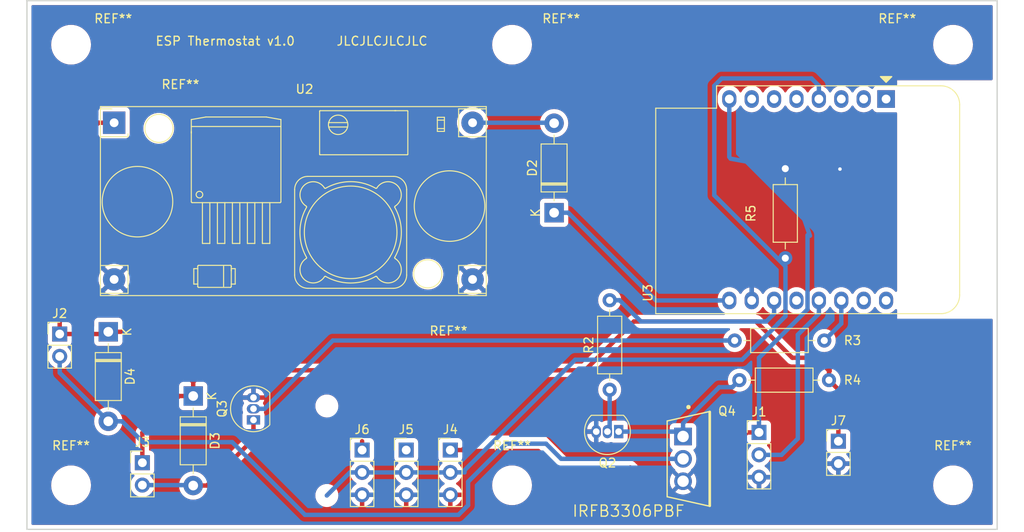
<source format=kicad_pcb>
(kicad_pcb (version 20221018) (generator pcbnew)
  (title_block (title "ESP 8266 Thermostat") (date "2023-12-02") (rev "1.0") (comment 1 "Kemo GO82N Gehäuse, passende Bohrungen") (comment 2 "Plotdateien erzeugt"))
  (layers (0 "F.Cu" signal) (31 "B.Cu" signal) (35 "F.Paste" user) (37 "F.SilkS" user "F.Silkscreen") (38 "B.Mask" user) (39 "F.Mask" user) (44 "Edge.Cuts" user))
  (net 0 "")
  (net 1 "+5V")
  (net 2 "Net-(D2-A)")
  (net 3 "Stellventil-Relais")
  (net 4 "+12V")
  (net 5 "Lüfter")
  (net 6 "GND")
  (net 7 "Fensterkontakt")
  (net 8 "+3V3")
  (net 9 "OneWire")
  (net 10 "Net-(Q2-C)")
  (net 11 "Net-(Q2-B)")
  (net 12 "Net-(Q3-B)")
  (net 13 "Net-(U3-D4)")
  (net 14 "Net-(U3-SCL{slash}D1)")
  (footprint "MountingHole:MountingHole_3.5mm" (layer "F.Cu") (at 76 54)
    (fp_text reference "REF**" (at 4.781 -2.9546) (layer "F.SilkS"))
    (fp_text value "MountingHole_3.5mm")
    (pad "" np_thru_hole circle (at 0 0) (size 3.5 3.5) (drill 3.5) (layers "*.Cu" "*.Mask"))
  )
  (footprint "MountingHole:MountingHole_3.5mm" (layer "F.Cu") (at 126 54)
    (fp_text reference "REF**" (at 5.581 -2.9546) (layer "F.SilkS"))
    (fp_text value "MountingHole_3.5mm")
    (pad "" np_thru_hole circle (at 0 0) (size 3.5 3.5) (drill 3.5) (layers "*.Cu" "*.Mask"))
  )
  (footprint "MountingHole:MountingHole_3.5mm" (layer "F.Cu") (at 176 54)
    (fp_text reference "REF**" (at -6.319 -2.9546) (layer "F.SilkS"))
    (fp_text value "MountingHole_3.5mm")
    (pad "" np_thru_hole circle (at 0 0) (size 3.5 3.5) (drill 3.5) (layers "*.Cu" "*.Mask"))
  )
  (footprint "MountingHole:MountingHole_3.5mm" (layer "F.Cu") (at 76 104)
    (fp_text reference "REF**" (at 0 -4.5) (layer "F.SilkS"))
    (fp_text value "MountingHole_3.5mm")
    (pad "" np_thru_hole circle (at 0 0) (size 3.5 3.5) (drill 3.5) (layers "*.Cu" "*.Mask"))
  )
  (footprint "MountingHole:MountingHole_3.5mm" (layer "F.Cu") (at 126 104)
    (fp_text reference "REF**" (at 0 -4.5) (layer "F.SilkS"))
    (fp_text value "MountingHole_3.5mm")
    (pad "" np_thru_hole circle (at 0 0) (size 3.5 3.5) (drill 3.5) (layers "*.Cu" "*.Mask"))
  )
  (footprint "MountingHole:MountingHole_3.5mm" (layer "F.Cu") (at 176 104)
    (fp_text reference "REF**" (at 0 -4.5) (layer "F.SilkS"))
    (fp_text value "MountingHole_3.5mm")
    (pad "" np_thru_hole circle (at 0 0) (size 3.5 3.5) (drill 3.5) (layers "*.Cu" "*.Mask"))
  )
  (footprint "Diode_THT:D_DO-41_SOD81_P10.16mm_Horizontal" (layer "F.Cu") (at 130.7682 73.0672 90)
    (fp_text reference "D2" (at 5.08 -2.47 90) (layer "F.SilkS"))
    (fp_text value "1N4007")
    (fp_text user "K" (at 0 -2.1 90) (layer "F.SilkS"))
    (fp_line (start 1.34 0) (end 2.36 0) (stroke (width 0.12)) (layer "F.SilkS"))
    (fp_line (start 2.36 -1.47) (end 2.36 1.47) (stroke (width 0.12)) (layer "F.SilkS"))
    (fp_line (start 2.36 1.47) (end 7.8 1.47) (stroke (width 0.12)) (layer "F.SilkS"))
    (fp_line (start 3.14 -1.47) (end 3.14 1.47) (stroke (width 0.12)) (layer "F.SilkS"))
    (fp_line (start 3.26 -1.47) (end 3.26 1.47) (stroke (width 0.12)) (layer "F.SilkS"))
    (fp_line (start 3.38 -1.47) (end 3.38 1.47) (stroke (width 0.12)) (layer "F.SilkS"))
    (fp_line (start 7.8 -1.47) (end 2.36 -1.47) (stroke (width 0.12)) (layer "F.SilkS"))
    (fp_line (start 7.8 1.47) (end 7.8 -1.47) (stroke (width 0.12)) (layer "F.SilkS"))
    (fp_line (start 8.82 0) (end 7.8 0) (stroke (width 0.12)) (layer "F.SilkS"))
    (pad "1" thru_hole rect (at 0 0 90) (size 2.2 2.2) (drill 1.1) (layers "*.Cu" "*.Mask") (net 1 "+5V"))
    (pad "2" thru_hole oval (at 10.16 0 90) (size 2.2 2.2) (drill 1.1) (layers "*.Cu" "*.Mask") (net 2 "Net-(D2-A)"))
  )
  (footprint "Diode_THT:D_DO-41_SOD81_P10.16mm_Horizontal" (layer "F.Cu") (at 89.8488 93.8698 -90)
    (fp_text reference "D3" (at 5.08 -2.47 90) (layer "F.SilkS"))
    (fp_text value "1N4007")
    (fp_text user "K" (at 0 -2.1 90) (layer "F.SilkS"))
    (fp_line (start 1.34 0) (end 2.36 0) (stroke (width 0.12)) (layer "F.SilkS"))
    (fp_line (start 2.36 -1.47) (end 2.36 1.47) (stroke (width 0.12)) (layer "F.SilkS"))
    (fp_line (start 2.36 1.47) (end 7.8 1.47) (stroke (width 0.12)) (layer "F.SilkS"))
    (fp_line (start 3.14 -1.47) (end 3.14 1.47) (stroke (width 0.12)) (layer "F.SilkS"))
    (fp_line (start 3.26 -1.47) (end 3.26 1.47) (stroke (width 0.12)) (layer "F.SilkS"))
    (fp_line (start 3.38 -1.47) (end 3.38 1.47) (stroke (width 0.12)) (layer "F.SilkS"))
    (fp_line (start 7.8 -1.47) (end 2.36 -1.47) (stroke (width 0.12)) (layer "F.SilkS"))
    (fp_line (start 7.8 1.47) (end 7.8 -1.47) (stroke (width 0.12)) (layer "F.SilkS"))
    (fp_line (start 8.82 0) (end 7.8 0) (stroke (width 0.12)) (layer "F.SilkS"))
    (pad "1" thru_hole rect (at 0 0 270) (size 2.2 2.2) (drill 1.1) (layers "*.Cu" "*.Mask") (net 4 "+12V"))
    (pad "2" thru_hole oval (at 10.16 0 270) (size 2.2 2.2) (drill 1.1) (layers "*.Cu" "*.Mask") (net 3 "Stellventil-Relais"))
  )
  (footprint "Diode_THT:D_DO-41_SOD81_P10.16mm_Horizontal" (layer "F.Cu") (at 80.2222 86.58 -90)
    (fp_text reference "D4" (at 5.08 -2.47 90) (layer "F.SilkS"))
    (fp_text value "1N4007")
    (fp_text user "K" (at 0 -2.1 90) (layer "F.SilkS"))
    (fp_line (start 1.34 0) (end 2.36 0) (stroke (width 0.12)) (layer "F.SilkS"))
    (fp_line (start 2.36 -1.47) (end 2.36 1.47) (stroke (width 0.12)) (layer "F.SilkS"))
    (fp_line (start 2.36 1.47) (end 7.8 1.47) (stroke (width 0.12)) (layer "F.SilkS"))
    (fp_line (start 3.14 -1.47) (end 3.14 1.47) (stroke (width 0.12)) (layer "F.SilkS"))
    (fp_line (start 3.26 -1.47) (end 3.26 1.47) (stroke (width 0.12)) (layer "F.SilkS"))
    (fp_line (start 3.38 -1.47) (end 3.38 1.47) (stroke (width 0.12)) (layer "F.SilkS"))
    (fp_line (start 7.8 -1.47) (end 2.36 -1.47) (stroke (width 0.12)) (layer "F.SilkS"))
    (fp_line (start 7.8 1.47) (end 7.8 -1.47) (stroke (width 0.12)) (layer "F.SilkS"))
    (fp_line (start 8.82 0) (end 7.8 0) (stroke (width 0.12)) (layer "F.SilkS"))
    (pad "1" thru_hole rect (at 0 0 270) (size 2.2 2.2) (drill 1.1) (layers "*.Cu" "*.Mask") (net 4 "+12V"))
    (pad "2" thru_hole oval (at 10.16 0 270) (size 2.2 2.2) (drill 1.1) (layers "*.Cu" "*.Mask") (net 5 "Lüfter"))
  )
  (footprint "Connector_PinHeader_2.54mm:PinHeader_1x03_P2.54mm_Vertical" (layer "F.Cu") (at 154 98)
    (fp_text reference "J1" (at 0 -2.33) (layer "F.SilkS"))
    (fp_text value "Conn_01x03_Male")
    (fp_line (start -1.33 -1.33) (end 0 -1.33) (stroke (width 0.12)) (layer "F.SilkS"))
    (fp_line (start -1.33 0) (end -1.33 -1.33) (stroke (width 0.12)) (layer "F.SilkS"))
    (fp_line (start -1.33 1.27) (end -1.33 6.41) (stroke (width 0.12)) (layer "F.SilkS"))
    (fp_line (start -1.33 1.27) (end 1.33 1.27) (stroke (width 0.12)) (layer "F.SilkS"))
    (fp_line (start -1.33 6.41) (end 1.33 6.41) (stroke (width 0.12)) (layer "F.SilkS"))
    (fp_line (start 1.33 1.27) (end 1.33 6.41) (stroke (width 0.12)) (layer "F.SilkS"))
    (pad "1" thru_hole rect (at 0 0) (size 1.7 1.7) (drill 1) (layers "*.Cu" "*.Mask") (net 1 "+5V"))
    (pad "2" thru_hole oval (at 0 2.54) (size 1.7 1.7) (drill 1) (layers "*.Cu" "*.Mask") (net 7 "Fensterkontakt"))
    (pad "3" thru_hole oval (at 0 5.08) (size 1.7 1.7) (drill 1) (layers "*.Cu" "*.Mask") (net 6 "GND"))
  )
  (footprint "Connector_PinHeader_2.54mm:PinHeader_1x02_P2.54mm_Vertical" (layer "F.Cu") (at 74.7104 86.834)
    (fp_text reference "J2" (at 0 -2.33) (layer "F.SilkS"))
    (fp_text value "Conn_01x02_Male")
    (fp_line (start -1.33 -1.33) (end 0 -1.33) (stroke (width 0.12)) (layer "F.SilkS"))
    (fp_line (start -1.33 0) (end -1.33 -1.33) (stroke (width 0.12)) (layer "F.SilkS"))
    (fp_line (start -1.33 1.27) (end -1.33 3.87) (stroke (width 0.12)) (layer "F.SilkS"))
    (fp_line (start -1.33 1.27) (end 1.33 1.27) (stroke (width 0.12)) (layer "F.SilkS"))
    (fp_line (start -1.33 3.87) (end 1.33 3.87) (stroke (width 0.12)) (layer "F.SilkS"))
    (fp_line (start 1.33 1.27) (end 1.33 3.87) (stroke (width 0.12)) (layer "F.SilkS"))
    (pad "1" thru_hole rect (at 0 0) (size 1.7 1.7) (drill 1) (layers "*.Cu" "*.Mask") (net 4 "+12V"))
    (pad "2" thru_hole oval (at 0 2.54) (size 1.7 1.7) (drill 1) (layers "*.Cu" "*.Mask") (net 5 "Lüfter"))
  )
  (footprint "Connector_PinHeader_2.54mm:PinHeader_1x02_P2.54mm_Vertical" (layer "F.Cu") (at 84.083 101.439)
    (fp_text reference "J3" (at 0 -2.33) (layer "F.SilkS"))
    (fp_text value "Conn_01x02_Male")
    (fp_line (start -1.33 -1.33) (end 0 -1.33) (stroke (width 0.12)) (layer "F.SilkS"))
    (fp_line (start -1.33 0) (end -1.33 -1.33) (stroke (width 0.12)) (layer "F.SilkS"))
    (fp_line (start -1.33 1.27) (end -1.33 3.87) (stroke (width 0.12)) (layer "F.SilkS"))
    (fp_line (start -1.33 1.27) (end 1.33 1.27) (stroke (width 0.12)) (layer "F.SilkS"))
    (fp_line (start -1.33 3.87) (end 1.33 3.87) (stroke (width 0.12)) (layer "F.SilkS"))
    (fp_line (start 1.33 1.27) (end 1.33 3.87) (stroke (width 0.12)) (layer "F.SilkS"))
    (pad "1" thru_hole rect (at 0 0) (size 1.7 1.7) (drill 1) (layers "*.Cu" "*.Mask") (net 4 "+12V"))
    (pad "2" thru_hole oval (at 0 2.54) (size 1.7 1.7) (drill 1) (layers "*.Cu" "*.Mask") (net 3 "Stellventil-Relais"))
  )
  (footprint "Connector_PinHeader_2.54mm:PinHeader_1x03_P2.54mm_Vertical" (layer "F.Cu") (at 119 100)
    (fp_text reference "J4" (at 0 -2.33) (layer "F.SilkS"))
    (fp_text value "Conn_01x03_Male")
    (fp_line (start -1.33 -1.33) (end 0 -1.33) (stroke (width 0.12)) (layer "F.SilkS"))
    (fp_line (start -1.33 0) (end -1.33 -1.33) (stroke (width 0.12)) (layer "F.SilkS"))
    (fp_line (start -1.33 1.27) (end -1.33 6.41) (stroke (width 0.12)) (layer "F.SilkS"))
    (fp_line (start -1.33 1.27) (end 1.33 1.27) (stroke (width 0.12)) (layer "F.SilkS"))
    (fp_line (start -1.33 6.41) (end 1.33 6.41) (stroke (width 0.12)) (layer "F.SilkS"))
    (fp_line (start 1.33 1.27) (end 1.33 6.41) (stroke (width 0.12)) (layer "F.SilkS"))
    (pad "1" thru_hole rect (at 0 0) (size 1.7 1.7) (drill 1) (layers "*.Cu" "*.Mask") (net 1 "+5V"))
    (pad "2" thru_hole oval (at 0 2.54) (size 1.7 1.7) (drill 1) (layers "*.Cu" "*.Mask") (net 9 "OneWire"))
    (pad "3" thru_hole oval (at 0 5.08) (size 1.7 1.7) (drill 1) (layers "*.Cu" "*.Mask") (net 6 "GND"))
  )
  (footprint "Connector_PinHeader_2.54mm:PinHeader_1x03_P2.54mm_Vertical" (layer "F.Cu") (at 114 100)
    (fp_text reference "J5" (at 0 -2.33) (layer "F.SilkS"))
    (fp_text value "Conn_01x03_Male")
    (fp_line (start -1.33 -1.33) (end 0 -1.33) (stroke (width 0.12)) (layer "F.SilkS"))
    (fp_line (start -1.33 0) (end -1.33 -1.33) (stroke (width 0.12)) (layer "F.SilkS"))
    (fp_line (start -1.33 1.27) (end -1.33 6.41) (stroke (width 0.12)) (layer "F.SilkS"))
    (fp_line (start -1.33 1.27) (end 1.33 1.27) (stroke (width 0.12)) (layer "F.SilkS"))
    (fp_line (start -1.33 6.41) (end 1.33 6.41) (stroke (width 0.12)) (layer "F.SilkS"))
    (fp_line (start 1.33 1.27) (end 1.33 6.41) (stroke (width 0.12)) (layer "F.SilkS"))
    (pad "1" thru_hole rect (at 0 0) (size 1.7 1.7) (drill 1) (layers "*.Cu" "*.Mask") (net 1 "+5V"))
    (pad "2" thru_hole oval (at 0 2.54) (size 1.7 1.7) (drill 1) (layers "*.Cu" "*.Mask") (net 9 "OneWire"))
    (pad "3" thru_hole oval (at 0 5.08) (size 1.7 1.7) (drill 1) (layers "*.Cu" "*.Mask") (net 6 "GND"))
  )
  (footprint "Connector_PinHeader_2.54mm:PinHeader_1x03_P2.54mm_Vertical" (layer "F.Cu") (at 109 100)
    (fp_text reference "J6" (at 0 -2.33) (layer "F.SilkS"))
    (fp_text value "Conn_01x03_Male")
    (fp_line (start -1.33 -1.33) (end 0 -1.33) (stroke (width 0.12)) (layer "F.SilkS"))
    (fp_line (start -1.33 0) (end -1.33 -1.33) (stroke (width 0.12)) (layer "F.SilkS"))
    (fp_line (start -1.33 1.27) (end -1.33 6.41) (stroke (width 0.12)) (layer "F.SilkS"))
    (fp_line (start -1.33 1.27) (end 1.33 1.27) (stroke (width 0.12)) (layer "F.SilkS"))
    (fp_line (start -1.33 6.41) (end 1.33 6.41) (stroke (width 0.12)) (layer "F.SilkS"))
    (fp_line (start 1.33 1.27) (end 1.33 6.41) (stroke (width 0.12)) (layer "F.SilkS"))
    (pad "1" thru_hole rect (at 0 0) (size 1.7 1.7) (drill 1) (layers "*.Cu" "*.Mask") (net 1 "+5V"))
    (pad "2" thru_hole oval (at 0 2.54) (size 1.7 1.7) (drill 1) (layers "*.Cu" "*.Mask") (net 9 "OneWire"))
    (pad "3" thru_hole oval (at 0 5.08) (size 1.7 1.7) (drill 1) (layers "*.Cu" "*.Mask") (net 6 "GND"))
  )
  (footprint "Connector_PinHeader_2.54mm:PinHeader_1x02_P2.54mm_Vertical" (layer "F.Cu") (at 163 99)
    (fp_text reference "J7" (at 0 -2.33) (layer "F.SilkS"))
    (fp_text value "Conn_01x02_Male")
    (fp_line (start -1.33 -1.33) (end 0 -1.33) (stroke (width 0.12)) (layer "F.SilkS"))
    (fp_line (start -1.33 0) (end -1.33 -1.33) (stroke (width 0.12)) (layer "F.SilkS"))
    (fp_line (start -1.33 1.27) (end -1.33 3.87) (stroke (width 0.12)) (layer "F.SilkS"))
    (fp_line (start -1.33 1.27) (end 1.33 1.27) (stroke (width 0.12)) (layer "F.SilkS"))
    (fp_line (start -1.33 3.87) (end 1.33 3.87) (stroke (width 0.12)) (layer "F.SilkS"))
    (fp_line (start 1.33 1.27) (end 1.33 3.87) (stroke (width 0.12)) (layer "F.SilkS"))
    (pad "1" thru_hole rect (at 0 0) (size 1.7 1.7) (drill 1) (layers "*.Cu" "*.Mask") (net 4 "+12V"))
    (pad "2" thru_hole oval (at 0 2.54) (size 1.7 1.7) (drill 1) (layers "*.Cu" "*.Mask") (net 6 "GND"))
  )
  (footprint "Package_TO_SOT_THT:TO-92_Inline" (layer "F.Cu") (at 138.0834 97.9084 180)
    (fp_text reference "Q2" (at 1.27 -3.56) (layer "F.SilkS"))
    (fp_text value "BC549")
    (fp_line (start -0.53 1.85) (end 3.07 1.85) (stroke (width 0.12)) (layer "F.SilkS"))
    (fp_arc (start -0.568478 1.838478) (mid -1.132087 -0.994977) (end 1.27 -2.6) (stroke (width 0.12)) (layer "F.SilkS"))
    (fp_arc (start 1.27 -2.6) (mid 3.672087 -0.994977) (end 3.108478 1.838478) (stroke (width 0.12)) (layer "F.SilkS"))
    (pad "1" thru_hole rect (at 0 0 180) (size 1.05 1.5) (drill 0.75) (layers "*.Cu" "*.Mask") (net 10 "Net-(Q2-C)"))
    (pad "2" thru_hole oval (at 1.27 0 180) (size 1.05 1.5) (drill 0.75) (layers "*.Cu" "*.Mask") (net 11 "Net-(Q2-B)"))
    (pad "3" thru_hole oval (at 2.54 0 180) (size 1.05 1.5) (drill 0.75) (layers "*.Cu" "*.Mask") (net 6 "GND"))
  )
  (footprint "Package_TO_SOT_THT:TO-92_Inline" (layer "F.Cu") (at 96.6814 96.5876 90)
    (fp_text reference "Q3" (at 1.27 -3.56 90) (layer "F.SilkS"))
    (fp_text value "BC549")
    (fp_line (start -0.53 1.85) (end 3.07 1.85) (stroke (width 0.12)) (layer "F.SilkS"))
    (fp_arc (start -0.568478 1.838478) (mid -1.132087 -0.994977) (end 1.27 -2.6) (stroke (width 0.12)) (layer "F.SilkS"))
    (fp_arc (start 1.27 -2.6) (mid 3.672087 -0.994977) (end 3.108478 1.838478) (stroke (width 0.12)) (layer "F.SilkS"))
    (pad "1" thru_hole rect (at 0 0 90) (size 1.05 1.5) (drill 0.75) (layers "*.Cu" "*.Mask") (net 3 "Stellventil-Relais"))
    (pad "2" thru_hole oval (at 1.27 0 90) (size 1.05 1.5) (drill 0.75) (layers "*.Cu" "*.Mask") (net 12 "Net-(Q3-B)"))
    (pad "3" thru_hole oval (at 2.54 0 90) (size 1.05 1.5) (drill 0.75) (layers "*.Cu" "*.Mask") (net 6 "GND"))
  )
  (footprint "Transistor_IRF:Infineon_Technologies-PG-TO220-3-02_2008-904-MFG" (layer "F.Cu") (at 146 101)
    (fp_text reference "Q4" (at 3.275 -5.415) (layer "F.SilkS") (effects (justify left)))
    (fp_text value "IRFB3306PBF" (at -6.799 5.9254) (layer "F.SilkS") (effects (font (size 1.27 1.27))))
    (fp_line (start -2.415 -4.3) (end -2.415 4.3) (stroke (width 0.15)) (layer "F.SilkS"))
    (fp_line (start -2.415 4.3) (end 2.415 5.375) (stroke (width 0.15)) (layer "F.SilkS"))
    (fp_line (start 2.415 -5.375) (end -2.415 -4.3) (stroke (width 0.15)) (layer "F.SilkS"))
    (fp_line (start 2.415 5.325) (end 2.415 -5.325) (stroke (width 0.3)) (layer "F.SilkS"))
    (fp_circle (center 0 -5.875) (end 0.125 -5.875) (stroke (width 0.25)) (fill none) (layer "F.SilkS"))
    (pad "1" thru_hole rect (at -0.61 -2.54) (size 2 2) (drill 1.3) (layers "*.Cu") (net 10 "Net-(Q2-C)") (thermal_bridge_width 0.45))
    (pad "2" thru_hole circle (at -0.61 0) (size 2 2) (drill 1.3) (layers "*.Cu") (net 5 "Lüfter") (thermal_bridge_width 0.45))
    (pad "3" thru_hole circle (at -0.61 2.54) (size 2 2) (drill 1.3) (layers "*.Cu") (net 6 "GND") (thermal_bridge_width 0.45))
  )
  (footprint "Resistor_THT:R_Axial_DIN0207_L6.3mm_D2.5mm_P10.16mm_Horizontal" (layer "F.Cu") (at 137.0674 93.1586 90)
    (fp_text reference "R2" (at 5.08 -2.37 90) (layer "F.SilkS"))
    (fp_text value "10K")
    (fp_line (start 1.04 0) (end 1.81 0) (stroke (width 0.12)) (layer "F.SilkS"))
    (fp_line (start 1.81 -1.37) (end 1.81 1.37) (stroke (width 0.12)) (layer "F.SilkS"))
    (fp_line (start 1.81 1.37) (end 8.35 1.37) (stroke (width 0.12)) (layer "F.SilkS"))
    (fp_line (start 8.35 -1.37) (end 1.81 -1.37) (stroke (width 0.12)) (layer "F.SilkS"))
    (fp_line (start 8.35 1.37) (end 8.35 -1.37) (stroke (width 0.12)) (layer "F.SilkS"))
    (fp_line (start 9.12 0) (end 8.35 0) (stroke (width 0.12)) (layer "F.SilkS"))
    (pad "1" thru_hole circle (at 0 0 90) (size 1.6 1.6) (drill 0.8) (layers "*.Cu" "*.Mask") (net 11 "Net-(Q2-B)"))
    (pad "2" thru_hole oval (at 10.16 0 90) (size 1.6 1.6) (drill 0.8) (layers "*.Cu" "*.Mask") (net 13 "Net-(U3-D4)"))
  )
  (footprint "Resistor_THT:R_Axial_DIN0207_L6.3mm_D2.5mm_P10.16mm_Horizontal" (layer "F.Cu") (at 151.2406 87.5706)
    (fp_text reference "R3" (at 13.3604 0) (layer "F.SilkS"))
    (fp_text value "10k")
    (fp_line (start 1.04 0) (end 1.81 0) (stroke (width 0.12)) (layer "F.SilkS"))
    (fp_line (start 1.81 -1.37) (end 1.81 1.37) (stroke (width 0.12)) (layer "F.SilkS"))
    (fp_line (start 1.81 1.37) (end 8.35 1.37) (stroke (width 0.12)) (layer "F.SilkS"))
    (fp_line (start 8.35 -1.37) (end 1.81 -1.37) (stroke (width 0.12)) (layer "F.SilkS"))
    (fp_line (start 8.35 1.37) (end 8.35 -1.37) (stroke (width 0.12)) (layer "F.SilkS"))
    (fp_line (start 9.12 0) (end 8.35 0) (stroke (width 0.12)) (layer "F.SilkS"))
    (pad "1" thru_hole circle (at 0 0) (size 1.6 1.6) (drill 0.8) (layers "*.Cu" "*.Mask") (net 12 "Net-(Q3-B)"))
    (pad "2" thru_hole oval (at 10.16 0) (size 1.6 1.6) (drill 0.8) (layers "*.Cu" "*.Mask") (net 14 "Net-(U3-SCL{slash}D1)"))
  )
  (footprint "Resistor_THT:R_Axial_DIN0207_L6.3mm_D2.5mm_P10.16mm_Horizontal" (layer "F.Cu") (at 161.934 92.0664 180)
    (fp_text reference "R4" (at -2.667 0) (layer "F.SilkS"))
    (fp_text value "4k7")
    (fp_line (start 1.04 0) (end 1.81 0) (stroke (width 0.12)) (layer "F.SilkS"))
    (fp_line (start 1.81 -1.37) (end 1.81 1.37) (stroke (width 0.12)) (layer "F.SilkS"))
    (fp_line (start 1.81 1.37) (end 8.35 1.37) (stroke (width 0.12)) (layer "F.SilkS"))
    (fp_line (start 8.35 -1.37) (end 1.81 -1.37) (stroke (width 0.12)) (layer "F.SilkS"))
    (fp_line (start 8.35 1.37) (end 8.35 -1.37) (stroke (width 0.12)) (layer "F.SilkS"))
    (fp_line (start 9.12 0) (end 8.35 0) (stroke (width 0.12)) (layer "F.SilkS"))
    (pad "1" thru_hole circle (at 0 0 180) (size 1.6 1.6) (drill 0.8) (layers "*.Cu" "*.Mask") (net 4 "+12V"))
    (pad "2" thru_hole oval (at 10.16 0 180) (size 1.6 1.6) (drill 0.8) (layers "*.Cu" "*.Mask") (net 10 "Net-(Q2-C)"))
  )
  (footprint "Resistor_THT:R_Axial_DIN0207_L6.3mm_D2.5mm_P10.16mm_Horizontal" (layer "F.Cu") (at 156.981 68.0634 -90)
    (fp_text reference "R5" (at 5.08 3.899 90) (layer "F.SilkS"))
    (fp_text value "4K7")
    (fp_line (start 1.04 0) (end 1.81 0) (stroke (width 0.12)) (layer "F.SilkS"))
    (fp_line (start 1.81 -1.37) (end 1.81 1.37) (stroke (width 0.12)) (layer "F.SilkS"))
    (fp_line (start 1.81 1.37) (end 8.35 1.37) (stroke (width 0.12)) (layer "F.SilkS"))
    (fp_line (start 8.35 -1.37) (end 1.81 -1.37) (stroke (width 0.12)) (layer "F.SilkS"))
    (fp_line (start 8.35 1.37) (end 8.35 -1.37) (stroke (width 0.12)) (layer "F.SilkS"))
    (fp_line (start 9.12 0) (end 8.35 0) (stroke (width 0.12)) (layer "F.SilkS"))
    (pad "1" thru_hole circle (at 0 0 270) (size 1.6 1.6) (drill 0.8) (layers "*.Cu" "*.Mask") (net 8 "+3V3"))
    (pad "2" thru_hole oval (at 10.16 0 270) (size 1.6 1.6) (drill 0.8) (layers "*.Cu" "*.Mask") (net 9 "OneWire"))
  )
  (footprint "Converter_DCDC_Add:YAAJ_DCDC_StepDown_LM2596" (layer "F.Cu") (at 80.8826 62.8564)
    (fp_text reference "U2" (at 21.59 -3.81) (layer "F.SilkS"))
    (fp_text value "YAAJ_DCDC_StepDown_LM2596")
    (fp_line (start -1.555 -1.835) (end -1.555 19.615) (stroke (width 0.12)) (layer "F.SilkS"))
    (fp_line (start -1.555 19.615) (end 42.195 19.615) (stroke (width 0.12)) (layer "F.SilkS"))
    (fp_line (start -1.55 -1.58) (end -0.25 -1.58) (stroke (width 0.12)) (layer "F.SilkS"))
    (fp_line (start -1.55 1.575) (end 1.58 1.58) (stroke (width 0.12)) (layer "F.SilkS"))
    (fp_line (start -1.55 16.2) (end 1.58 16.2) (stroke (width 0.12)) (layer "F.SilkS"))
    (fp_line (start -1.55 19.36) (end 1.58 19.36) (stroke (width 0.12)) (layer "F.SilkS"))
    (fp_line (start 1.58 1.27) (end 1.58 1.58) (stroke (width 0.12)) (layer "F.SilkS"))
    (fp_line (start 1.58 16.2) (end 1.58 19.36) (stroke (width 0.12)) (layer "F.SilkS"))
    (fp_line (start 8.749233 1.004149) (end 8.749233 1.165687) (stroke (width 0.12)) (layer "F.SilkS"))
    (fp_line (start 8.750233 -0.36239) (end 10.400233 -0.653329) (stroke (width 0.12)) (layer "F.SilkS"))
    (fp_line (start 8.750233 8.989106) (end 8.750233 -0.36239) (stroke (width 0.12)) (layer "F.SilkS"))
    (fp_line (start 8.750233 8.989106) (end 8.827797 9.06667) (stroke (width 0.12)) (layer "F.SilkS"))
    (fp_line (start 8.827797 9.06667) (end 18.83267 9.06667) (stroke (width 0.12)) (layer "F.SilkS"))
    (fp_line (start 9.031636 16.558217) (end 9.481636 16.558217) (stroke (width 0.12)) (layer "F.SilkS"))
    (fp_line (start 9.031636 18.308217) (end 9.031636 16.558217) (stroke (width 0.12)) (layer "F.SilkS"))
    (fp_line (start 9.481636 18.308217) (end 9.031636 18.308217) (stroke (width 0.12)) (layer "F.SilkS"))
    (fp_line (start 9.481636 18.583217) (end 9.481636 16.283217) (stroke (width 0.12)) (layer "F.SilkS"))
    (fp_line (start 9.581636 16.183217) (end 13.181636 16.183217) (stroke (width 0.12)) (layer "F.SilkS"))
    (fp_line (start 10.010233 13.69667) (end 10.010233 9.06667) (stroke (width 0.12)) (layer "F.SilkS"))
    (fp_line (start 10.010233 13.69667) (end 10.850233 13.69667) (stroke (width 0.12)) (layer "F.SilkS"))
    (fp_line (start 10.400233 -0.653329) (end 17.260233 -0.653329) (stroke (width 0.12)) (layer "F.SilkS"))
    (fp_line (start 10.850233 13.69667) (end 10.850233 9.06667) (stroke (width 0.12)) (layer "F.SilkS"))
    (fp_line (start 11.710233 13.69667) (end 11.710233 9.06667) (stroke (width 0.12)) (layer "F.SilkS"))
    (fp_line (start 11.710233 13.69667) (end 12.550233 13.69667) (stroke (width 0.12)) (layer "F.SilkS"))
    (fp_line (start 12.411358 16.283217) (end 12.411358 18.583217) (stroke (width 0.12)) (layer "F.SilkS"))
    (fp_line (start 12.550233 13.69667) (end 12.550233 9.06667) (stroke (width 0.12)) (layer "F.SilkS"))
    (fp_line (start 13.181636 18.683217) (end 9.581636 18.683217) (stroke (width 0.12)) (layer "F.SilkS"))
    (fp_line (start 13.281636 16.283217) (end 13.281636 18.583217) (stroke (width 0.12)) (layer "F.SilkS"))
    (fp_line (start 13.281636 16.558217) (end 13.731636 16.558217) (stroke (width 0.12)) (layer "F.SilkS"))
    (fp_line (start 13.282636 16.794696) (end 13.282636 16.700144) (stroke (width 0.12)) (layer "F.SilkS"))
    (fp_line (start 13.410233 13.69667) (end 13.410233 9.06667) (stroke (width 0.12)) (layer "F.SilkS"))
    (fp_line (start 13.410233 13.69667) (end 14.250233 13.69667) (stroke (width 0.12)) (layer "F.SilkS"))
    (fp_line (start 13.731636 16.558217) (end 13.731636 18.308217) (stroke (width 0.12)) (layer "F.SilkS"))
    (fp_line (start 13.731636 18.308217) (end 13.281636 18.308217) (stroke (width 0.12)) (layer "F.SilkS"))
    (fp_line (start 14.250233 13.69667) (end 14.250233 9.06667) (stroke (width 0.12)) (layer "F.SilkS"))
    (fp_line (start 15.110233 13.69667) (end 15.110233 9.06667) (stroke (width 0.12)) (layer "F.SilkS"))
    (fp_line (start 15.110233 13.69667) (end 15.950233 13.69667) (stroke (width 0.12)) (layer "F.SilkS"))
    (fp_line (start 15.950233 13.69667) (end 15.950233 9.06667) (stroke (width 0.12)) (layer "F.SilkS"))
    (fp_line (start 16.810233 13.69667) (end 16.810233 9.06667) (stroke (width 0.12)) (layer "F.SilkS"))
    (fp_line (start 16.810233 13.69667) (end 17.650233 13.69667) (stroke (width 0.12)) (layer "F.SilkS"))
    (fp_line (start 17.260233 -0.653329) (end 18.910233 -0.36239) (stroke (width 0.12)) (layer "F.SilkS"))
    (fp_line (start 17.650233 13.69667) (end 17.650233 9.06667) (stroke (width 0.12)) (layer "F.SilkS"))
    (fp_line (start 18.83267 9.06667) (end 18.910233 8.989106) (stroke (width 0.12)) (layer "F.SilkS"))
    (fp_line (start 18.910233 0.42667) (end 8.750233 0.42667) (stroke (width 0.12)) (layer "F.SilkS"))
    (fp_line (start 18.910233 8.989106) (end 18.910233 -0.36239) (stroke (width 0.12)) (layer "F.SilkS"))
    (fp_line (start 20.467397 7.585796) (end 20.467397 17.285796) (stroke (width 0.12)) (layer "F.SilkS"))
    (fp_line (start 21.967397 18.785796) (end 31.667397 18.785796) (stroke (width 0.12)) (layer "F.SilkS"))
    (fp_line (start 23.299783 3.582294) (end 23.299783 -1.317705) (stroke (width 0.12)) (layer "F.SilkS"))
    (fp_line (start 23.349783 -1.367705) (end 33.249783 -1.367705) (stroke (width 0.12)) (layer "F.SilkS"))
    (fp_line (start 24.336385 -0.0491) (end 24.360553 -0.017705) (stroke (width 0.12)) (layer "F.SilkS"))
    (fp_line (start 24.348594 0.007294) (end 24.324147 0.002062) (stroke (width 0.12)) (layer "F.SilkS"))
    (fp_line (start 24.348594 0.007294) (end 24.355764 -0.023925) (stroke (width 0.12)) (layer "F.SilkS"))
    (fp_line (start 24.348594 0.007294) (end 24.360553 -0.017705) (stroke (width 0.12)) (layer "F.SilkS"))
    (fp_line (start 24.360553 0.482294) (end 26.439014 0.482294) (stroke (width 0.12)) (layer "F.SilkS"))
    (fp_line (start 26.439014 -0.017705) (end 24.360553 -0.017705) (stroke (width 0.12)) (layer "F.SilkS"))
    (fp_line (start 31.667397 6.085796) (end 21.967397 6.085796) (stroke (width 0.12)) (layer "F.SilkS"))
    (fp_line (start 31.858978 -1.368705) (end 31.814106 -1.368705) (stroke (width 0.12)) (layer "F.SilkS"))
    (fp_line (start 31.942312 -1.368705) (end 31.908357 -1.368705) (stroke (width 0.12)) (layer "F.SilkS"))
    (fp_line (start 33.167397 17.285796) (end 33.167397 7.585796) (stroke (width 0.12)) (layer "F.SilkS"))
    (fp_line (start 33.249783 3.632294) (end 23.349783 3.632294) (stroke (width 0.12)) (layer "F.SilkS"))
    (fp_line (start 33.299783 -1.317705) (end 33.299783 3.582294) (stroke (width 0.12)) (layer "F.SilkS"))
    (fp_line (start 36.648681 -0.299704) (end 37.448681 -0.299704) (stroke (width 0.12)) (layer "F.SilkS"))
    (fp_line (start 36.648681 0.980295) (end 36.648681 -0.619704) (stroke (width 0.12)) (layer "F.SilkS"))
    (fp_line (start 37.448681 -0.619704) (end 36.648681 -0.619704) (stroke (width 0.12)) (layer "F.SilkS"))
    (fp_line (start 37.448681 -0.619704) (end 37.448681 0.980295) (stroke (width 0.12)) (layer "F.SilkS"))
    (fp_line (start 37.448681 0.660295) (end 36.648681 0.660295) (stroke (width 0.12)) (layer "F.SilkS"))
    (fp_line (start 37.448681 0.980295) (end 36.648681 0.980295) (stroke (width 0.12)) (layer "F.SilkS"))
    (fp_line (start 39.06 -1.58) (end 42.175 -1.58) (stroke (width 0.12)) (layer "F.SilkS"))
    (fp_line (start 39.06 1.58) (end 39.06 -1.58) (stroke (width 0.12)) (layer "F.SilkS"))
    (fp_line (start 39.06 1.58) (end 42.22 1.58) (stroke (width 0.12)) (layer "F.SilkS"))
    (fp_line (start 39.06 16.2) (end 42.175 16.2) (stroke (width 0.12)) (layer "F.SilkS"))
    (fp_line (start 39.06 19.36) (end 39.06 16.2) (stroke (width 0.12)) (layer "F.SilkS"))
    (fp_line (start 39.06 19.36) (end 42.175 19.36) (stroke (width 0.12)) (layer "F.SilkS"))
    (fp_line (start 42.195 -1.835) (end -1.555 -1.835) (stroke (width 0.12)) (layer "F.SilkS"))
    (fp_line (start 42.195 19.615) (end 42.195 -1.835) (stroke (width 0.12)) (layer "F.SilkS"))
    (fp_arc (start 9.481636 16.283217) (mid 9.510925 16.212506) (end 9.581636 16.183217) (stroke (width 0.12)) (layer "F.SilkS"))
    (fp_arc (start 9.581636 18.683217) (mid 9.510925 18.653928) (end 9.481636 18.583217) (stroke (width 0.12)) (layer "F.SilkS"))
    (fp_arc (start 13.181636 16.183217) (mid 13.252347 16.212506) (end 13.281636 16.283217) (stroke (width 0.12)) (layer "F.SilkS"))
    (fp_arc (start 13.281636 18.583217) (mid 13.252347 18.653928) (end 13.181636 18.683217) (stroke (width 0.12)) (layer "F.SilkS"))
    (fp_arc (start 20.467397 7.585796) (mid 20.906737 6.525136) (end 21.967397 6.085796) (stroke (width 0.12)) (layer "F.SilkS"))
    (fp_arc (start 21.781131 9.46601) (mid 21.825145 9.526245) (end 21.815218 9.600183) (stroke (width 0.12)) (layer "F.SilkS"))
    (fp_arc (start 21.781132 9.466011) (mid 21.514096 7.132496) (end 23.847611 7.399531) (stroke (width 0.12)) (layer "F.SilkS"))
    (fp_arc (start 21.815217 15.271409) (mid 21.825145 15.345347) (end 21.781132 15.405582) (stroke (width 0.12)) (layer "F.SilkS"))
    (fp_arc (start 21.815218 15.27141) (mid 21.067397 12.435797) (end 21.815218 9.600183) (stroke (width 0.12)) (layer "F.SilkS"))
    (fp_arc (start 21.967397 18.785796) (mid 20.906737 18.346456) (end 20.467397 17.285796) (stroke (width 0.12)) (layer "F.SilkS"))
    (fp_arc (start 23.299783 -1.317705) (mid 23.314428 -1.35306) (end 23.349783 -1.367705) (stroke (width 0.12)) (layer "F.SilkS"))
    (fp_arc (start 23.349783 3.632294) (mid 23.314428 3.617649) (end 23.299783 3.582294) (stroke (width 0.12)) (layer "F.SilkS"))
    (fp_arc (start 23.847611 17.472062) (mid 21.514096 17.739098) (end 21.781132 15.405582) (stroke (width 0.12)) (layer "F.SilkS"))
    (fp_arc (start 23.847611 17.472062) (mid 23.907845 17.428049) (end 23.981783 17.437976) (stroke (width 0.12)) (layer "F.SilkS"))
    (fp_arc (start 23.981783 7.433617) (mid 23.907845 7.443544) (end 23.847611 7.399531) (stroke (width 0.12)) (layer "F.SilkS"))
    (fp_arc (start 23.981784 7.433617) (mid 26.817398 6.685796) (end 29.653011 7.433617) (stroke (width 0.12)) (layer "F.SilkS"))
    (fp_arc (start 24.324148 0.462527) (mid 26.469609 -0.023572) (end 24.336385 0.51369) (stroke (width 0.12)) (layer "F.SilkS"))
    (fp_arc (start 29.653011 17.437976) (mid 26.817397 18.185797) (end 23.981783 17.437976) (stroke (width 0.12)) (layer "F.SilkS"))
    (fp_arc (start 29.653011 17.437976) (mid 29.726949 17.428049) (end 29.787183 17.472062) (stroke (width 0.12)) (layer "F.SilkS"))
    (fp_arc (start 29.787183 7.399531) (mid 29.726949 7.443544) (end 29.653011 7.433617) (stroke (width 0.12)) (layer "F.SilkS"))
    (fp_arc (start 29.787183 7.399531) (mid 32.120698 7.132495) (end 31.853662 9.466011) (stroke (width 0.12)) (layer "F.SilkS"))
    (fp_arc (start 31.667397 6.085796) (mid 32.728057 6.525136) (end 33.167397 7.585796) (stroke (width 0.12)) (layer "F.SilkS"))
    (fp_arc (start 31.819576 9.600183) (mid 32.567397 12.435797) (end 31.819576 15.27141) (stroke (width 0.12)) (layer "F.SilkS"))
    (fp_arc (start 31.819577 9.600184) (mid 31.809649 9.526246) (end 31.853662 9.466011) (stroke (width 0.12)) (layer "F.SilkS"))
    (fp_arc (start 31.853662 15.405582) (mid 32.120698 17.739097) (end 29.787183 17.472062) (stroke (width 0.12)) (layer "F.SilkS"))
    (fp_arc (start 31.853663 15.405583) (mid 31.809649 15.345348) (end 31.819576 15.27141) (stroke (width 0.12)) (layer "F.SilkS"))
    (fp_arc (start 33.167397 17.285796) (mid 32.728057 18.346456) (end 31.667397 18.785796) (stroke (width 0.12)) (layer "F.SilkS"))
    (fp_arc (start 33.249783 -1.367705) (mid 33.285138 -1.35306) (end 33.299783 -1.317705) (stroke (width 0.12)) (layer "F.SilkS"))
    (fp_arc (start 33.299783 3.582294) (mid 33.285138 3.617649) (end 33.249783 3.632294) (stroke (width 0.12)) (layer "F.SilkS"))
    (fp_circle (center 2.646666 8.957418) (end 6.646666 8.957418) (stroke (width 0.12)) (fill none) (layer "F.SilkS"))
    (fp_circle (center 5.08 0.635) (end 6.678999 0.635) (stroke (width 0.12)) (fill none) (layer "F.SilkS"))
    (fp_circle (center 9.673179 8.154594) (end 10.048179 8.154594) (stroke (width 0.12)) (fill none) (layer "F.SilkS"))
    (fp_circle (center 26.817397 12.435796) (end 32.067397 12.435796) (stroke (width 0.12)) (fill none) (layer "F.SilkS"))
    (fp_circle (center 35.56 17.145) (end 37.159 17.145) (stroke (width 0.12)) (fill none) (layer "F.SilkS"))
    (fp_circle (center 38.029307 9.455206) (end 42.029307 9.455206) (stroke (width 0.12)) (fill none) (layer "F.SilkS"))
    (pad "1" thru_hole rect (at 0 0) (size 2.54 2.54) (drill 1) (layers "*.Cu" "*.Mask") (net 4 "+12V"))
    (pad "2" thru_hole circle (at 0 17.78) (size 2.54 2.54) (drill 1) (layers "*.Cu" "*.Mask") (net 6 "GND"))
    (pad "3" thru_hole circle (at 40.64 17.78) (size 2.54 2.54) (drill 1) (layers "*.Cu" "*.Mask") (net 6 "GND"))
    (pad "4" thru_hole circle (at 40.64 0) (size 2.54 2.54) (drill 1) (layers "*.Cu" "*.Mask") (net 2 "Net-(D2-A)"))
  )
  (footprint "MountingHole:MountingHole_2.5mm" (layer "F.Cu") (at 116.462026 80.032825)
    (fp_text reference "REF**" (at 2.3368 6.4516) (layer "F.SilkS"))
    (fp_text value "MountingHole_2.5mm")
    (pad "" np_thru_hole circle (at 0 0) (size 2.5 2.5) (drill 2.5) (layers "*.Cu" "*.Mask"))
  )
  (footprint "MountingHole:MountingHole_2.5mm" (layer "F.Cu") (at 85.945926 63.49062)
    (fp_text reference "REF**" (at 2.4638 -4.9784) (layer "F.SilkS"))
    (fp_text value "MountingHole_2.5mm")
    (pad "" np_thru_hole circle (at 0 0) (size 2.5 2.5) (drill 2.5) (layers "*.Cu" "*.Mask"))
  )
  (footprint "Module:WEMOS_D1_mini_light" (layer "F.Cu") (at 168.411 60.164 -90)
    (fp_text reference "U3" (at 22 27 90) (layer "F.SilkS"))
    (fp_text value "WeMos_D1_mini")
    (fp_line (start -1.5 19.22) (end -1.5 -6.21) (stroke (width 0.12)) (layer "F.SilkS"))
    (fp_line (start -1.5 19.22) (end 1.04 19.22) (stroke (width 0.12)) (layer "F.SilkS"))
    (fp_line (start 1.04 19.22) (end 1.04 26.12) (stroke (width 0.12)) (layer "F.SilkS"))
    (fp_line (start 1.04 26.12) (end 24.36 26.12) (stroke (width 0.12)) (layer "F.SilkS"))
    (fp_line (start 22.24 -8.34) (end 0.63 -8.34) (stroke (width 0.12)) (layer "F.SilkS"))
    (fp_line (start 24.36 26.12) (end 24.36 -6.21) (stroke (width 0.12)) (layer "F.SilkS"))
    (fp_arc (start -1.5 -6.21) (mid -0.876137 -7.716137) (end 0.63 -8.34) (stroke (width 0.12)) (layer "F.SilkS"))
    (fp_arc (start 22.23 -8.34) (mid 23.736137 -7.716137) (end 24.36 -6.21) (stroke (width 0.12)) (layer "F.SilkS"))
    (fp_poly (pts (xy -2.54 -0.635) (xy -2.54 0.635) (xy -1.905 0)) (stroke (width 0.15)) (fill solid) (layer "F.SilkS"))
    (pad "1" thru_hole rect (at 0 0 270) (size 2 2) (drill 1) (layers "*.Cu" "*.Mask"))
    (pad "2" thru_hole oval (at 0 2.54 270) (size 2 1.6) (drill 1) (layers "*.Cu" "*.Mask"))
    (pad "3" thru_hole oval (at 0 5.08 270) (size 2 1.6) (drill 1) (layers "*.Cu" "*.Mask"))
    (pad "4" thru_hole oval (at 0 7.62 270) (size 2 1.6) (drill 1) (layers "*.Cu" "*.Mask") (net 9 "OneWire"))
    (pad "5" thru_hole oval (at 0 10.16 270) (size 2 1.6) (drill 1) (layers "*.Cu" "*.Mask"))
    (pad "6" thru_hole oval (at 0 12.7 270) (size 2 1.6) (drill 1) (layers "*.Cu" "*.Mask"))
    (pad "7" thru_hole oval (at 0 15.24 270) (size 2 1.6) (drill 1) (layers "*.Cu" "*.Mask"))
    (pad "8" thru_hole oval (at 0 17.78 270) (size 2 1.6) (drill 1) (layers "*.Cu" "*.Mask") (net 8 "+3V3"))
    (pad "9" thru_hole oval (at 22.86 17.78 270) (size 2 1.6) (drill 1) (layers "*.Cu" "*.Mask") (net 1 "+5V"))
    (pad "10" thru_hole oval (at 22.86 15.24 270) (size 2 1.6) (drill 1) (layers "*.Cu" "*.Mask") (net 6 "GND"))
    (pad "11" thru_hole oval (at 22.86 12.7 270) (size 2 1.6) (drill 1) (layers "*.Cu" "*.Mask") (net 13 "Net-(U3-D4)"))
    (pad "12" thru_hole oval (at 22.86 10.16 270) (size 2 1.6) (drill 1) (layers "*.Cu" "*.Mask"))
    (pad "13" thru_hole oval (at 22.86 7.62 270) (size 2 1.6) (drill 1) (layers "*.Cu" "*.Mask") (net 7 "Fensterkontakt"))
    (pad "14" thru_hole oval (at 22.86 5.08 270) (size 2 1.6) (drill 1) (layers "*.Cu" "*.Mask") (net 14 "Net-(U3-SCL{slash}D1)"))
    (pad "15" thru_hole oval (at 22.86 2.54 270) (size 2 1.6) (drill 1) (layers "*.Cu" "*.Mask"))
    (pad "16" thru_hole oval (at 22.86 0 270) (size 2 1.6) (drill 1) (layers "*.Cu" "*.Mask"))
  )
  (gr_line (start 71 49) (end 71 49) (stroke (width 0.15)) (layer "Edge.Cuts"))
  (gr_line (start 181 109) (end 71 109) (stroke (width 0.15)) (layer "Edge.Cuts"))
  (gr_line (start 181 49) (end 181 109) (stroke (width 0.15)) (layer "Edge.Cuts"))
  (gr_line (start 71 49) (end 181 49) (stroke (width 0.15)) (layer "Edge.Cuts"))
  (gr_line (start 71 49) (end 71 49) (stroke (width 0.15)) (layer "Edge.Cuts"))
  (gr_line (start 71 49) (end 71 49) (stroke (width 0.15)) (layer "Edge.Cuts"))
  (gr_line (start 71 109) (end 71 49) (stroke (width 0.15)) (layer "Edge.Cuts"))
  (gr_line (start 71 49) (end 71 49) (stroke (width 0.15)) (layer "Edge.Cuts"))
  (gr_line (start 71 49) (end 71 49) (stroke (width 0.15)) (layer "Edge.Cuts"))
  (gr_line (start 71 49) (end 71 49) (stroke (width 0.15)) (layer "Edge.Cuts"))
  (gr_text "JLCJLCJLCJLC" (at 111.261 53.5854) (layer "F.SilkS") (effects (font (size 1 1))))
  (gr_text "ESP Thermostat v1.0" (at 93.481 53.5854) (layer "F.SilkS") (effects (font (size 1 1))))
  (segment (start 120.7098 99.6402) (end 120.35 100) (width 0.5) (layer "F.Cu") (net 1))
  (segment (start 120.7098 99.6402) (end 120.756 99.6402) (width 0.5) (layer "F.Cu") (net 1))
  (segment (start 120.35 100) (end 119 100) (width 0.5) (layer "F.Cu") (net 1))
  (segment (start 120.756 99.6402) (end 121.294 99.1022) (width 0.5) (layer "F.Cu") (net 1))
  (segment (start 109 99) (end 109 100) (width 0.5) (layer "F.Cu") (net 1))
  (segment (start 130.7682 73.0672) (end 132.3682 73.0672) (width 0.5) (layer "B.Cu") (net 1))
  (segment (start 149.331 83.024) (end 150.631 83.024) (width 0.5) (layer "B.Cu") (net 1))
  (segment (start 142.325 83.024) (end 149.331 83.024) (width 0.5) (layer "B.Cu") (net 1))
  (segment (start 132.3682 73.0672) (end 142.325 83.024) (width 0.5) (layer "B.Cu") (net 1))
  (segment (start 121.5226 62.8564) (end 130.7174 62.8564) (width 0.5) (layer "B.Cu") (net 2))
  (segment (start 130.7174 62.8564) (end 130.7682 62.9072) (width 0.5) (layer "B.Cu") (net 2))
  (segment (start 89.8488 104.0298) (end 91.404434 104.0298) (width 0.5) (layer "F.Cu") (net 3))
  (segment (start 96.6814 97.6126) (end 96.6814 96.5876) (width 0.5) (layer "F.Cu") (net 3))
  (segment (start 91.404434 104.0298) (end 96.6814 98.752834) (width 0.5) (layer "F.Cu") (net 3))
  (segment (start 96.6814 98.752834) (end 96.6814 97.6126) (width 0.5) (layer "F.Cu") (net 3))
  (segment (start 84.083 103.979) (end 89.798 103.979) (width 0.5) (layer "B.Cu") (net 3))
  (segment (start 89.798 103.979) (end 89.8488 104.0298) (width 0.5) (layer "B.Cu") (net 3))
  (segment (start 74.7104 67.2586) (end 74.7104 85.484) (width 0.5) (layer "F.Cu") (net 4))
  (segment (start 153.6536 85.4116) (end 139.8106 85.4116) (width 0.5) (layer "F.Cu") (net 4))
  (segment (start 163 99) (end 163 93.1324) (width 0.5) (layer "F.Cu") (net 4))
  (segment (start 161.934 90.9234) (end 161.934 92.0664) (width 0.5) (layer "F.Cu") (net 4))
  (segment (start 84.083 98.0356) (end 84.083 100.089) (width 0.5) (layer "F.Cu") (net 4))
  (segment (start 163 93.1324) (end 161.934 92.0664) (width 0.5) (layer "F.Cu") (net 4))
  (segment (start 162 90.8574) (end 161.934 90.9234) (width 0.5) (layer "F.Cu") (net 4))
  (segment (start 80.8826 62.8564) (end 79.1126 62.8564) (width 0.5) (layer "F.Cu") (net 4))
  (segment (start 79.1126 62.8564) (end 74.7104 67.2586) (width 0.5) (layer "F.Cu") (net 4))
  (segment (start 162 91.0504) (end 162 90.8574) (width 0.5) (layer "F.Cu") (net 4))
  (segment (start 91.1698 90.9488) (end 89.8488 92.2698) (width 0.5) (layer "F.Cu") (net 4))
  (segment (start 89.8488 93.8698) (end 88.2488 93.8698) (width 0.5) (layer "F.Cu") (net 4))
  (segment (start 74.7104 86.834) (end 79.9682 86.834) (width 0.5) (layer "F.Cu") (net 4))
  (segment (start 162 91.0504) (end 160.5264 89.5768) (width 0.5) (layer "F.Cu") (net 4))
  (segment (start 160.5264 89.5264) (end 157.7684 89.5264) (width 0.5) (layer "F.Cu") (net 4))
  (segment (start 74.7104 85.484) (end 74.7104 86.834) (width 0.5) (layer "F.Cu") (net 4))
  (segment (start 80.2222 86.58) (end 84.159 86.58) (width 0.5) (layer "F.Cu") (net 4))
  (segment (start 88.2488 93.8698) (end 84.083 98.0356) (width 0.5) (layer "F.Cu") (net 4))
  (segment (start 84.159 86.58) (end 89.8488 92.2698) (width 0.5) (layer "F.Cu") (net 4))
  (segment (start 89.8488 92.2698) (end 89.8488 93.8698) (width 0.5) (layer "F.Cu") (net 4))
  (segment (start 157.7684 89.5264) (end 153.6536 85.4116) (width 0.5) (layer "F.Cu") (net 4))
  (segment (start 84.083 100.089) (end 84.083 101.439) (width 0.5) (layer "F.Cu") (net 4))
  (segment (start 134.2734 90.9488) (end 91.1698 90.9488) (width 0.5) (layer "F.Cu") (net 4))
  (segment (start 139.8106 85.4116) (end 134.2734 90.9488) (width 0.5) (layer "F.Cu") (net 4))
  (segment (start 79.9682 86.834) (end 80.2222 86.58) (width 0.5) (layer "F.Cu") (net 4))
  (segment (start 84.140034 99.1022) (end 94.2684 99.1022) (width 0.5) (layer "B.Cu") (net 5))
  (segment (start 102.5234 107.3572) (end 119.9224 107.3572) (width 0.5) (layer "B.Cu") (net 5))
  (segment (start 121.0146 106.265) (end 121.0146 103.598) (width 0.5) (layer "B.Cu") (net 5))
  (segment (start 131.5738 101) (end 129.8538 99.28) (width 0.5) (layer "B.Cu") (net 5))
  (segment (start 125.3326 99.28) (end 121.0146 103.598) (width 0.5) (layer "B.Cu") (net 5))
  (segment (start 145.39 101) (end 131.5738 101) (width 0.5) (layer "B.Cu") (net 5))
  (segment (start 94.2684 99.1022) (end 102.5234 107.3572) (width 0.5) (layer "B.Cu") (net 5))
  (segment (start 80.2222 96.74) (end 81.777834 96.74) (width 0.5) (layer "B.Cu") (net 5))
  (segment (start 81.777834 96.74) (end 84.140034 99.1022) (width 0.5) (layer "B.Cu") (net 5))
  (segment (start 119.9224 107.3572) (end 121.0146 106.265) (width 0.5) (layer "B.Cu") (net 5))
  (segment (start 74.7104 91.2282) (end 80.2222 96.74) (width 0.5) (layer "B.Cu") (net 5))
  (segment (start 74.7104 89.374) (end 74.7104 91.2282) (width 0.5) (layer "B.Cu") (net 5))
  (segment (start 129.8538 99.28) (end 125.3326 99.28) (width 0.5) (layer "B.Cu") (net 5))
  (via (at 163.1786 68.1142) (size 0.8) (drill 0.4) (layers "F.Cu" "B.Cu") (net 6))
  (segment (start 154.01 100.55) (end 154 100.54) (width 0.5) (layer "B.Cu") (net 7))
  (segment (start 158.4034 98.6958) (end 156.5492 100.55) (width 0.5) (layer "B.Cu") (net 7))
  (segment (start 156.5492 100.55) (end 154.01 100.55) (width 0.5) (layer "B.Cu") (net 7))
  (segment (start 160.791 83.024) (end 160.791 84.524) (width 0.5) (layer "B.Cu") (net 7))
  (segment (start 160.791 84.524) (end 158.4034 86.9116) (width 0.5) (layer "B.Cu") (net 7))
  (segment (start 158.4034 86.9116) (end 158.4034 98.6958) (width 0.5) (layer "B.Cu") (net 7))
  (segment (start 150.0722 100.5778) (end 150.0722 104.4616) (width 0.5) (layer "F.Cu") (net 8))
  (segment (start 150.0722 104.4616) (end 148.0148 106.519) (width 0.5) (layer "F.Cu") (net 8))
  (segment (start 152.65 98) (end 150.0722 100.5778) (width 0.5) (layer "F.Cu") (net 8))
  (segment (start 143.9508 106.519) (end 139.4042 101.9724) (width 0.5) (layer "F.Cu") (net 8))
  (segment (start 154 98) (end 152.65 98) (width 0.5) (layer "F.Cu") (net 8))
  (segment (start 148.0148 106.519) (end 143.9508 106.519) (width 0.5) (layer "F.Cu") (net 8))
  (segment (start 154 98) (end 154 89.5356) (width 0.5) (layer "B.Cu") (net 8))
  (segment (start 159.50101 84.03459) (end 159.50101 75.61261) (width 0.5) (layer "B.Cu") (net 8))
  (segment (start 154 89.5356) (end 159.50101 84.03459) (width 0.5) (layer "B.Cu") (net 8))
  (segment (start 150.631 66.7426) (end 150.631 60.164) (width 0.5) (layer "B.Cu") (net 8))
  (segment (start 159.775 75.6834) (end 157.117995 67.946395) (width 0.5) (layer "B.Cu") (net 8))
  (segment (start 156.981 68.0634) (end 150.767995 66.930395) (width 0.5) (layer "B.Cu") (net 8))
  (segment (start 109 102.54) (end 114 102.54) (width 0.5) (layer "B.Cu") (net 9))
  (segment (start 119.0088 102.5312) (end 119 102.54) (width 0.5) (layer "B.Cu") (net 9))
  (segment (start 152.083801 89.749999) (end 133.160801 89.749999) (width 0.5) (layer "B.Cu") (net 9))
  (segment (start 160.791 58.664) (end 159.9542 57.8272) (width 0.5) (layer "B.Cu") (net 9))
  (segment (start 149.7674 57.8272) (end 148.9292 58.6654) (width 0.5) (layer "B.Cu") (net 9))
  (segment (start 148.9292 58.6654) (end 148.9292 71.086) (width 0.5) (layer "B.Cu") (net 9))
  (segment (start 120.6082 102.5312) (end 119.0088 102.5312) (width 0.5) (layer "B.Cu") (net 9))
  (segment (start 159.9542 57.8272) (end 149.7674 57.8272) (width 0.5) (layer "B.Cu") (net 9))
  (segment (start 156.1174 85.7164) (end 152.083801 89.749999) (width 0.5) (layer "B.Cu") (net 9))
  (segment (start 157.00099 79.15779) (end 157.00099 84.80741) (width 0.5) (layer "B.Cu") (net 9))
  (segment (start 105 105.16) (end 107.62 102.54) (width 0.5) (layer "B.Cu") (net 9))
  (segment (start 114 102.54) (end 115.202081 102.54) (width 0.5) (layer "B.Cu") (net 9))
  (segment (start 107.62 102.54) (end 109 102.54) (width 0.5) (layer "B.Cu") (net 9))
  (segment (start 148.9292 71.086) (end 157.00099 79.15779) (width 0.5) (layer "B.Cu") (net 9))
  (segment (start 115.202081 102.54) (end 119 102.54) (width 0.5) (layer "B.Cu") (net 9))
  (segment (start 156.1174 85.691) (end 157.00099 84.80741) (width 0.5) (layer "B.Cu") (net 9))
  (segment (start 156.1174 85.7164) (end 156.1174 85.691) (width 0.5) (layer "B.Cu") (net 9))
  (segment (start 133.160801 89.749999) (end 120.6082 102.3026) (width 0.5) (layer "B.Cu") (net 9))
  (segment (start 120.6082 102.3026) (end 120.6082 102.5312) (width 0.5) (layer "B.Cu") (net 9))
  (segment (start 160.791 60.164) (end 160.791 58.664) (width 0.5) (layer "B.Cu") (net 9))
  (segment (start 144.8384 97.9084) (end 145.39 98.46) (width 0.5) (layer "B.Cu") (net 10))
  (segment (start 149.483601 92.866399) (end 145.39 96.96) (width 0.5) (layer "B.Cu") (net 10))
  (segment (start 145.39 97.45) (end 145.39 98.46) (width 0.5) (layer "B.Cu") (net 10))
  (segment (start 151.774 92.0664) (end 150.974001 92.866399) (width 0.5) (layer "B.Cu") (net 10))
  (segment (start 138.0834 97.9084) (end 144.8384 97.9084) (width 0.5) (layer "B.Cu") (net 10))
  (segment (start 145.39 96.96) (end 145.39 98.46) (width 0.5) (layer "B.Cu") (net 10))
  (segment (start 150.974001 92.866399) (end 149.483601 92.866399) (width 0.5) (layer "B.Cu") (net 10))
  (segment (start 137.0674 93.1586) (end 137.0674 97.6544) (width 0.5) (layer "B.Cu") (net 11))
  (segment (start 137.0674 97.6544) (end 136.8134 97.9084) (width 0.5) (layer "B.Cu") (net 11))
  (segment (start 97.9314 95.3176) (end 105.6784 87.5706) (width 0.5) (layer "B.Cu") (net 12))
  (segment (start 96.6814 95.3176) (end 97.9314 95.3176) (width 0.5) (layer "B.Cu") (net 12))
  (segment (start 105.6784 87.5706) (end 151.2406 87.5706) (width 0.5) (layer "B.Cu") (net 12))
  (segment (start 140.61177 85.4116) (end 138.19877 82.9986) (width 0.5) (layer "B.Cu") (net 13))
  (segment (start 154.8234 85.4116) (end 140.61177 85.4116) (width 0.5) (layer "B.Cu") (net 13))
  (segment (start 155.711 83.024) (end 155.711 84.524) (width 0.5) (layer "B.Cu") (net 13))
  (segment (start 155.711 84.524) (end 154.8234 85.4116) (width 0.5) (layer "B.Cu") (net 13))
  (segment (start 138.19877 82.9986) (end 137.0674 82.9986) (width 0.5) (layer "B.Cu") (net 13))
  (segment (start 163.331 83.024) (end 163.331 85.6402) (width 0.5) (layer "B.Cu") (net 14))
  (segment (start 163.331 85.6402) (end 161.4006 87.5706) (width 0.5) (layer "B.Cu") (net 14))
  (zone (net 6) (net_name "GND") (layer "F.Cu") (connect_pads (clearance 0.508)) (min_thickness 0.254) (fill yes (thermal_gap 0.508) (thermal_bridge_width 0.508))
    (polygon (pts (xy 180.984 108.9574) (xy 71.1036 108.9574) (xy 71.1036 49.115) (xy 71.1798 49.1912) (xy 71.1798 49.115) (xy 180.984 49.115)))
  )
  (zone (net 0) (net_name "") (layers "F&B.Cu") (connect_pads (clearance 0)) (min_thickness 0.254)
    (keepout (tracks not_allowed) (vias not_allowed) (pads allowed) (copperpour not_allowed) (footprints allowed))
    (fill (thermal_gap 0.508) (thermal_bridge_width 0.508))
    (polygon (pts (xy 180.958601 85.097348) (xy 169.655601 85.097348) (xy 169.6556 58.0304) (xy 180.9586 58.0304)))
  )
  (zone (net 6) (net_name "GND") (layer "B.Cu") (connect_pads (clearance 0.508)) (min_thickness 0.254) (fill yes (thermal_gap 0.508) (thermal_bridge_width 0.508))
    (polygon (pts (xy 181.111 109.0336) (xy 71.002 109.0336) (xy 71.002 49.0642) (xy 181.111 49.0642)))
  )
)
</source>
